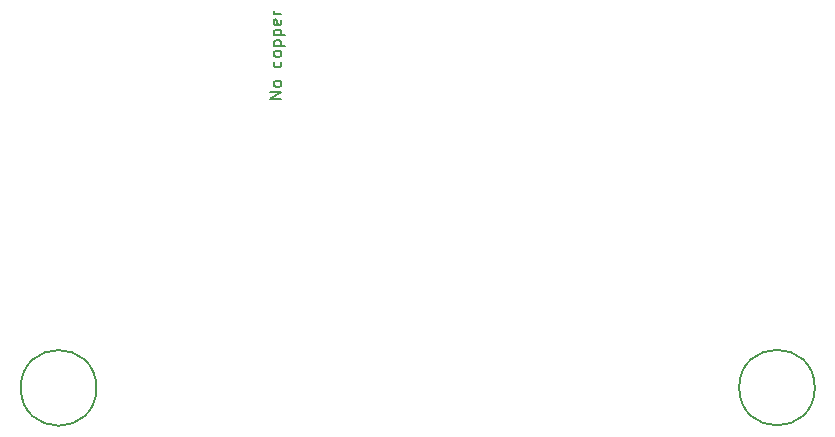
<source format=gbr>
%TF.GenerationSoftware,KiCad,Pcbnew,9.0.3-9.0.3-0~ubuntu24.10.1*%
%TF.CreationDate,2025-07-13T16:57:31+02:00*%
%TF.ProjectId,pet_joymate,7065745f-6a6f-4796-9d61-74652e6b6963,rev?*%
%TF.SameCoordinates,Original*%
%TF.FileFunction,Other,Comment*%
%FSLAX46Y46*%
G04 Gerber Fmt 4.6, Leading zero omitted, Abs format (unit mm)*
G04 Created by KiCad (PCBNEW 9.0.3-9.0.3-0~ubuntu24.10.1) date 2025-07-13 16:57:31*
%MOMM*%
%LPD*%
G01*
G04 APERTURE LIST*
%ADD10C,0.150000*%
G04 APERTURE END LIST*
D10*
X90694819Y-106412857D02*
X89694819Y-106412857D01*
X89694819Y-106412857D02*
X90694819Y-105841429D01*
X90694819Y-105841429D02*
X89694819Y-105841429D01*
X90694819Y-105222381D02*
X90647200Y-105317619D01*
X90647200Y-105317619D02*
X90599580Y-105365238D01*
X90599580Y-105365238D02*
X90504342Y-105412857D01*
X90504342Y-105412857D02*
X90218628Y-105412857D01*
X90218628Y-105412857D02*
X90123390Y-105365238D01*
X90123390Y-105365238D02*
X90075771Y-105317619D01*
X90075771Y-105317619D02*
X90028152Y-105222381D01*
X90028152Y-105222381D02*
X90028152Y-105079524D01*
X90028152Y-105079524D02*
X90075771Y-104984286D01*
X90075771Y-104984286D02*
X90123390Y-104936667D01*
X90123390Y-104936667D02*
X90218628Y-104889048D01*
X90218628Y-104889048D02*
X90504342Y-104889048D01*
X90504342Y-104889048D02*
X90599580Y-104936667D01*
X90599580Y-104936667D02*
X90647200Y-104984286D01*
X90647200Y-104984286D02*
X90694819Y-105079524D01*
X90694819Y-105079524D02*
X90694819Y-105222381D01*
X90647200Y-103270000D02*
X90694819Y-103365238D01*
X90694819Y-103365238D02*
X90694819Y-103555714D01*
X90694819Y-103555714D02*
X90647200Y-103650952D01*
X90647200Y-103650952D02*
X90599580Y-103698571D01*
X90599580Y-103698571D02*
X90504342Y-103746190D01*
X90504342Y-103746190D02*
X90218628Y-103746190D01*
X90218628Y-103746190D02*
X90123390Y-103698571D01*
X90123390Y-103698571D02*
X90075771Y-103650952D01*
X90075771Y-103650952D02*
X90028152Y-103555714D01*
X90028152Y-103555714D02*
X90028152Y-103365238D01*
X90028152Y-103365238D02*
X90075771Y-103270000D01*
X90694819Y-102698571D02*
X90647200Y-102793809D01*
X90647200Y-102793809D02*
X90599580Y-102841428D01*
X90599580Y-102841428D02*
X90504342Y-102889047D01*
X90504342Y-102889047D02*
X90218628Y-102889047D01*
X90218628Y-102889047D02*
X90123390Y-102841428D01*
X90123390Y-102841428D02*
X90075771Y-102793809D01*
X90075771Y-102793809D02*
X90028152Y-102698571D01*
X90028152Y-102698571D02*
X90028152Y-102555714D01*
X90028152Y-102555714D02*
X90075771Y-102460476D01*
X90075771Y-102460476D02*
X90123390Y-102412857D01*
X90123390Y-102412857D02*
X90218628Y-102365238D01*
X90218628Y-102365238D02*
X90504342Y-102365238D01*
X90504342Y-102365238D02*
X90599580Y-102412857D01*
X90599580Y-102412857D02*
X90647200Y-102460476D01*
X90647200Y-102460476D02*
X90694819Y-102555714D01*
X90694819Y-102555714D02*
X90694819Y-102698571D01*
X90028152Y-101936666D02*
X91028152Y-101936666D01*
X90075771Y-101936666D02*
X90028152Y-101841428D01*
X90028152Y-101841428D02*
X90028152Y-101650952D01*
X90028152Y-101650952D02*
X90075771Y-101555714D01*
X90075771Y-101555714D02*
X90123390Y-101508095D01*
X90123390Y-101508095D02*
X90218628Y-101460476D01*
X90218628Y-101460476D02*
X90504342Y-101460476D01*
X90504342Y-101460476D02*
X90599580Y-101508095D01*
X90599580Y-101508095D02*
X90647200Y-101555714D01*
X90647200Y-101555714D02*
X90694819Y-101650952D01*
X90694819Y-101650952D02*
X90694819Y-101841428D01*
X90694819Y-101841428D02*
X90647200Y-101936666D01*
X90028152Y-101031904D02*
X91028152Y-101031904D01*
X90075771Y-101031904D02*
X90028152Y-100936666D01*
X90028152Y-100936666D02*
X90028152Y-100746190D01*
X90028152Y-100746190D02*
X90075771Y-100650952D01*
X90075771Y-100650952D02*
X90123390Y-100603333D01*
X90123390Y-100603333D02*
X90218628Y-100555714D01*
X90218628Y-100555714D02*
X90504342Y-100555714D01*
X90504342Y-100555714D02*
X90599580Y-100603333D01*
X90599580Y-100603333D02*
X90647200Y-100650952D01*
X90647200Y-100650952D02*
X90694819Y-100746190D01*
X90694819Y-100746190D02*
X90694819Y-100936666D01*
X90694819Y-100936666D02*
X90647200Y-101031904D01*
X90647200Y-99746190D02*
X90694819Y-99841428D01*
X90694819Y-99841428D02*
X90694819Y-100031904D01*
X90694819Y-100031904D02*
X90647200Y-100127142D01*
X90647200Y-100127142D02*
X90551961Y-100174761D01*
X90551961Y-100174761D02*
X90171009Y-100174761D01*
X90171009Y-100174761D02*
X90075771Y-100127142D01*
X90075771Y-100127142D02*
X90028152Y-100031904D01*
X90028152Y-100031904D02*
X90028152Y-99841428D01*
X90028152Y-99841428D02*
X90075771Y-99746190D01*
X90075771Y-99746190D02*
X90171009Y-99698571D01*
X90171009Y-99698571D02*
X90266247Y-99698571D01*
X90266247Y-99698571D02*
X90361485Y-100174761D01*
X90694819Y-99269999D02*
X90028152Y-99269999D01*
X90218628Y-99269999D02*
X90123390Y-99222380D01*
X90123390Y-99222380D02*
X90075771Y-99174761D01*
X90075771Y-99174761D02*
X90028152Y-99079523D01*
X90028152Y-99079523D02*
X90028152Y-98984285D01*
%TO.C,H2*%
X135850000Y-130875000D02*
G75*
G02*
X129450000Y-130875000I-3200000J0D01*
G01*
X129450000Y-130875000D02*
G75*
G02*
X135850000Y-130875000I3200000J0D01*
G01*
%TO.C,H1*%
X75025000Y-130900000D02*
G75*
G02*
X68625000Y-130900000I-3200000J0D01*
G01*
X68625000Y-130900000D02*
G75*
G02*
X75025000Y-130900000I3200000J0D01*
G01*
%TD*%
M02*

</source>
